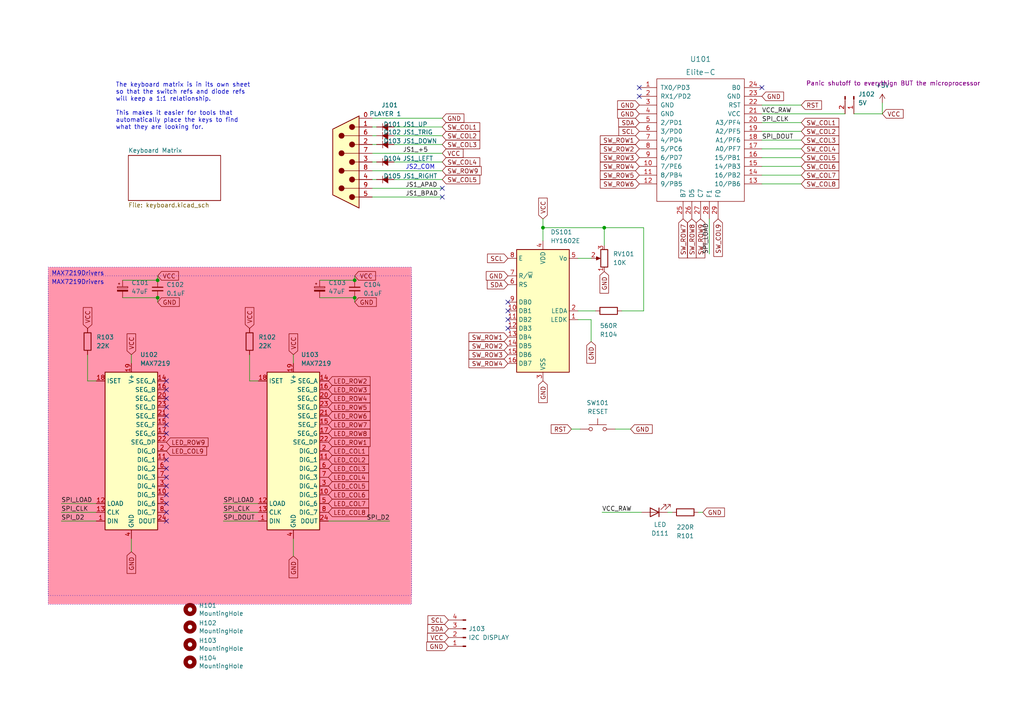
<source format=kicad_sch>
(kicad_sch (version 20230121) (generator eeschema)
  (paper "A4")
  (lib_symbols
    (symbol "Connector:Conn_01x02_Pin" (pin_names (offset 1.016) hide)
      (property "Reference" "J" (at 0 2.54 0))
      (property "Value" "Conn_01x02_Pin" (at 0 -5.08 0))
      (symbol "Conn_01x02_Pin_1_1"
        (polyline (pts (xy 1.27 -2.54) (xy 0.8636 -2.54)) (stroke (width 0.1524)))
        (polyline (pts (xy 1.27 0) (xy 0.8636 0)) (stroke (width 0.1524)))
        (rectangle (start 0.8636 -2.413) (end 0 -2.667) (stroke (width 0.1524)) (fill (type outline)))
        (rectangle (start 0.8636 0.127) (end 0 -0.127) (stroke (width 0.1524)) (fill (type outline)))
        (pin passive line (at 5.08 0 180) (length 3.81) (name "Pin_1") (number "1"))
        (pin passive line (at 5.08 -2.54 180) (length 3.81) (name "Pin_2") (number "2"))
      )
    )
    (symbol "Connector:Conn_01x04_Male" (pin_names (offset 1.016) hide)
      (property "Reference" "J" (at 0 5.08 0))
      (property "Value" "Conn_01x04_Male" (at 0 -7.62 0))
      (symbol "Conn_01x04_Male_1_1"
        (polyline (pts (xy 1.27 -5.08) (xy 0.8636 -5.08)) (stroke (width 0.1524)))
        (polyline (pts (xy 1.27 -2.54) (xy 0.8636 -2.54)) (stroke (width 0.1524)))
        (polyline (pts (xy 1.27 0) (xy 0.8636 0)) (stroke (width 0.1524)))
        (polyline (pts (xy 1.27 2.54) (xy 0.8636 2.54)) (stroke (width 0.1524)))
        (rectangle (start 0.8636 -4.953) (end 0 -5.207) (stroke (width 0.1524)) (fill (type outline)))
        (rectangle (start 0.8636 -2.413) (end 0 -2.667) (stroke (width 0.1524)) (fill (type outline)))
        (rectangle (start 0.8636 0.127) (end 0 -0.127) (stroke (width 0.1524)) (fill (type outline)))
        (rectangle (start 0.8636 2.667) (end 0 2.413) (stroke (width 0.1524)) (fill (type outline)))
        (pin passive line (at 5.08 2.54 180) (length 3.81) (name "Pin_1") (number "1"))
        (pin passive line (at 5.08 0 180) (length 3.81) (name "Pin_2") (number "2"))
        (pin passive line (at 5.08 -2.54 180) (length 3.81) (name "Pin_3") (number "3"))
        (pin passive line (at 5.08 -5.08 180) (length 3.81) (name "Pin_4") (number "4"))
      )
    )
    (symbol "Device:C_Polarized_Small" (pin_numbers hide) (pin_names (offset 0.254) hide)
      (property "Reference" "C" (at 0.254 1.778 0))
      (property "Value" "C_Polarized_Small" (at 0.254 -2.032 0))
      (symbol "C_Polarized_Small_0_1"
        (rectangle (start -1.524 -0.3048) (end 1.524 -0.6858) (fill (type outline)))
        (rectangle (start -1.524 0.6858) (end 1.524 0.3048))
        (polyline (pts (xy -1.27 1.524) (xy -0.762 1.524)))
        (polyline (pts (xy -1.016 1.27) (xy -1.016 1.778)))
      )
      (symbol "C_Polarized_Small_1_1"
        (pin passive line (at 0 2.54 270) (length 1.8542) (name "~") (number "1"))
        (pin passive line (at 0 -2.54 90) (length 1.8542) (name "~") (number "2"))
      )
    )
    (symbol "Device:C_Small" (pin_numbers hide) (pin_names (offset 0.254) hide)
      (property "Reference" "C" (at 0.254 1.778 0))
      (property "Value" "C_Small" (at 0.254 -2.032 0))
      (symbol "C_Small_0_1"
        (polyline (pts (xy -1.524 -0.508) (xy 1.524 -0.508)) (stroke (width 0.3302)))
        (polyline (pts (xy -1.524 0.508) (xy 1.524 0.508)) (stroke (width 0.3048)))
      )
      (symbol "C_Small_1_1"
        (pin passive line (at 0 2.54 270) (length 2.032) (name "~") (number "1"))
        (pin passive line (at 0 -2.54 90) (length 2.032) (name "~") (number "2"))
      )
    )
    (symbol "Device:LED" (pin_numbers hide) (pin_names (offset 1.016) hide)
      (property "Reference" "D" (at 0 2.54 0))
      (property "Value" "LED" (at 0 -2.54 0))
      (symbol "LED_0_1"
        (polyline (pts (xy -1.27 -1.27) (xy -1.27 1.27)) (stroke (width 0.254)))
        (polyline (pts (xy -1.27 0) (xy 1.27 0)))
        (polyline (pts (xy 1.27 -1.27) (xy 1.27 1.27) (xy -1.27 0) (xy 1.27 -1.27)) (stroke (width 0.254)))
        (polyline (pts (xy -3.048 -0.762) (xy -4.572 -2.286) (xy -3.81 -2.286) (xy -4.572 -2.286) (xy -4.572 -1.524)))
        (polyline (pts (xy -1.778 -0.762) (xy -3.302 -2.286) (xy -2.54 -2.286) (xy -3.302 -2.286) (xy -3.302 -1.524)))
      )
      (symbol "LED_1_1"
        (pin passive line (at -3.81 0 0) (length 2.54) (name "K") (number "1"))
        (pin passive line (at 3.81 0 180) (length 2.54) (name "A") (number "2"))
      )
    )
    (symbol "Device:R" (pin_numbers hide) (pin_names (offset 0))
      (property "Reference" "R" (at 2.032 0 90))
      (property "Value" "R" (at 0 0 90))
      (symbol "R_0_1"
        (rectangle (start -1.016 -2.54) (end 1.016 2.54) (stroke (width 0.254)))
      )
      (symbol "R_1_1"
        (pin passive line (at 0 3.81 270) (length 1.27) (name "~") (number "1"))
        (pin passive line (at 0 -3.81 90) (length 1.27) (name "~") (number "2"))
      )
    )
    (symbol "Device:R_Potentiometer" (pin_names (offset 1.016) hide)
      (property "Reference" "RV" (at -4.445 0 90))
      (property "Value" "R_Potentiometer" (at -2.54 0 90))
      (symbol "R_Potentiometer_0_1"
        (polyline (pts (xy 2.54 0) (xy 1.524 0)))
        (polyline (pts (xy 1.143 0) (xy 2.286 0.508) (xy 2.286 -0.508) (xy 1.143 0)) (fill (type outline)))
        (rectangle (start 1.016 2.54) (end -1.016 -2.54) (stroke (width 0.254)))
      )
      (symbol "R_Potentiometer_1_1"
        (pin passive line (at 0 3.81 270) (length 1.27) (name "1") (number "1"))
        (pin passive line (at 3.81 0 180) (length 1.27) (name "2") (number "2"))
        (pin passive line (at 0 -3.81 90) (length 1.27) (name "3") (number "3"))
      )
    )
    (symbol "Display_Character:HY1602E"
      (property "Reference" "DS" (at -6.096 19.05 0))
      (property "Value" "HY1602E" (at 5.08 19.05 0))
      (symbol "HY1602E_0_1"
        (rectangle (start -7.62 17.78) (end 7.62 -17.78) (stroke (width 0.254)) (fill (type background)))
      )
      (symbol "HY1602E_1_1"
        (pin passive line (at 10.16 -2.54 180) (length 2.54) (name "LEDK") (number "1"))
        (pin bidirectional line (at -10.16 0 0) (length 2.54) (name "DB1") (number "10"))
        (pin bidirectional line (at -10.16 -2.54 0) (length 2.54) (name "DB2") (number "11"))
        (pin bidirectional line (at -10.16 -5.08 0) (length 2.54) (name "DB3") (number "12"))
        (pin bidirectional line (at -10.16 -7.62 0) (length 2.54) (name "DB4") (number "13"))
        (pin bidirectional line (at -10.16 -10.16 0) (length 2.54) (name "DB5") (number "14"))
        (pin bidirectional line (at -10.16 -12.7 0) (length 2.54) (name "DB6") (number "15"))
        (pin bidirectional line (at -10.16 -15.24 0) (length 2.54) (name "DB7") (number "16"))
        (pin passive line (at 10.16 0 180) (length 2.54) (name "LEDA") (number "2"))
        (pin power_in line (at 0 -20.32 90) (length 2.54) (name "VSS") (number "3"))
        (pin power_in line (at 0 20.32 270) (length 2.54) (name "VDD") (number "4"))
        (pin input line (at 10.16 15.24 180) (length 2.54) (name "Vo") (number "5"))
        (pin input line (at -10.16 7.62 0) (length 2.54) (name "RS") (number "6"))
        (pin input line (at -10.16 10.16 0) (length 2.54) (name "R/~{W}") (number "7"))
        (pin input line (at -10.16 15.24 0) (length 2.54) (name "E") (number "8"))
        (pin bidirectional line (at -10.16 2.54 0) (length 2.54) (name "DB0") (number "9"))
      )
    )
    (symbol "Driver_LED:MAX7219"
      (property "Reference" "U" (at -6.35 24.13 0))
      (property "Value" "MAX7219" (at 1.27 25.4 0))
      (symbol "MAX7219_0_1"
        (rectangle (start -7.62 22.86) (end 7.62 -22.86) (stroke (width 0.254)) (fill (type background)))
      )
      (symbol "MAX7219_1_1"
        (pin input line (at -10.16 -20.32 0) (length 2.54) (name "DIN") (number "1"))
        (pin output line (at 10.16 -12.7 180) (length 2.54) (name "DIG_5") (number "10"))
        (pin output line (at 10.16 -2.54 180) (length 2.54) (name "DIG_1") (number "11"))
        (pin input line (at -10.16 -15.24 0) (length 2.54) (name "LOAD") (number "12"))
        (pin input line (at -10.16 -17.78 0) (length 2.54) (name "CLK") (number "13"))
        (pin output line (at 10.16 20.32 180) (length 2.54) (name "SEG_A") (number "14"))
        (pin output line (at 10.16 7.62 180) (length 2.54) (name "SEG_F") (number "15"))
        (pin output line (at 10.16 17.78 180) (length 2.54) (name "SEG_B") (number "16"))
        (pin output line (at 10.16 5.08 180) (length 2.54) (name "SEG_G") (number "17"))
        (pin input line (at -10.16 20.32 0) (length 2.54) (name "ISET") (number "18"))
        (pin power_in line (at 0 25.4 270) (length 2.54) (name "V+") (number "19"))
        (pin output line (at 10.16 0 180) (length 2.54) (name "DIG_0") (number "2"))
        (pin output line (at 10.16 15.24 180) (length 2.54) (name "SEG_C") (number "20"))
        (pin output line (at 10.16 10.16 180) (length 2.54) (name "SEG_E") (number "21"))
        (pin output line (at 10.16 2.54 180) (length 2.54) (name "SEG_DP") (number "22"))
        (pin output line (at 10.16 12.7 180) (length 2.54) (name "SEG_D") (number "23"))
        (pin output line (at 10.16 -20.32 180) (length 2.54) (name "DOUT") (number "24"))
        (pin output line (at 10.16 -10.16 180) (length 2.54) (name "DIG_4") (number "3"))
        (pin power_in line (at 0 -25.4 90) (length 2.54) (name "GND") (number "4"))
        (pin output line (at 10.16 -15.24 180) (length 2.54) (name "DIG_6") (number "5"))
        (pin output line (at 10.16 -5.08 180) (length 2.54) (name "DIG_2") (number "6"))
        (pin output line (at 10.16 -7.62 180) (length 2.54) (name "DIG_3") (number "7"))
        (pin output line (at 10.16 -17.78 180) (length 2.54) (name "DIG_7") (number "8"))
        (pin passive line (at 0 -25.4 90) (length 2.54) hide (name "GND") (number "9"))
      )
    )
    (symbol "Mechanical:MountingHole" (pin_names (offset 1.016))
      (property "Reference" "H" (at 0 5.08 0))
      (property "Value" "MountingHole" (at 0 3.175 0))
      (symbol "MountingHole_0_1"
        (circle (center 0 0) (radius 1.27) (stroke (width 1.27)))
      )
    )
    (symbol "Switch:SW_Push" (pin_numbers hide) (pin_names (offset 1.016) hide)
      (property "Reference" "SW" (at 1.27 2.54 0))
      (property "Value" "SW_Push" (at 0 -1.524 0))
      (symbol "SW_Push_0_1"
        (circle (center -2.032 0) (radius 0.508))
        (polyline (pts (xy 0 1.27) (xy 0 3.048)))
        (polyline (pts (xy 2.54 1.27) (xy -2.54 1.27)))
        (circle (center 2.032 0) (radius 0.508))
        (pin passive line (at -5.08 0 0) (length 2.54) (name "1") (number "1"))
        (pin passive line (at 5.08 0 180) (length 2.54) (name "2") (number "2"))
      )
    )
    (symbol "atari-keyboard-rescue:D_Small_ALT-Device" (pin_numbers hide) (pin_names (offset 0.254) hide)
      (property "Reference" "D" (at -1.27 2.032 0))
      (property "Value" "D_Small_ALT-Device" (at -3.81 -2.032 0))
      (symbol "D_Small_ALT-Device_0_1"
        (polyline (pts (xy -0.762 -1.016) (xy -0.762 1.016)))
        (polyline (pts (xy -0.762 0) (xy 0.762 0)))
        (polyline (pts (xy 0.762 -1.016) (xy -0.762 0) (xy 0.762 1.016) (xy 0.762 -1.016)) (fill (type outline)))
      )
      (symbol "D_Small_ALT-Device_1_1"
        (pin passive line (at -2.54 0 0) (length 1.778) (name "K") (number "1"))
        (pin passive line (at 2.54 0 180) (length 1.778) (name "A") (number "2"))
      )
    )
    (symbol "jsconnector:DB9_Male" (pin_names (offset 1.016) hide)
      (property "Reference" "J" (at 0 13.97 0))
      (property "Value" "DB9_Male" (at 0 -14.605 0))
      (symbol "DB9_Male_0_1"
        (circle (center -1.778 -10.16) (radius 0.762) (fill (type outline)))
        (circle (center -1.778 -5.08) (radius 0.762) (fill (type outline)))
        (circle (center -1.778 0) (radius 0.762) (fill (type outline)))
        (circle (center -1.778 5.08) (radius 0.762) (fill (type outline)))
        (circle (center -1.778 10.16) (radius 0.762) (fill (type outline)))
        (polyline (pts (xy -3.81 -10.16) (xy -2.54 -10.16)))
        (polyline (pts (xy -3.81 -7.62) (xy 0.508 -7.62)))
        (polyline (pts (xy -3.81 -5.08) (xy -2.54 -5.08)))
        (polyline (pts (xy -3.81 -2.54) (xy 0.508 -2.54)))
        (polyline (pts (xy -3.81 0) (xy -2.54 0)))
        (polyline (pts (xy -3.81 2.54) (xy 0.508 2.54)))
        (polyline (pts (xy -3.81 5.08) (xy -2.54 5.08)))
        (polyline (pts (xy -3.81 7.62) (xy 0.508 7.62)))
        (polyline (pts (xy -3.81 10.16) (xy -2.54 10.16)))
        (polyline (pts (xy -3.81 -13.335) (xy -3.81 13.335) (xy 3.81 9.525) (xy 3.81 -9.525) (xy -3.81 -13.335)) (stroke (width 0.254)) (fill (type background)))
        (circle (center 1.27 -7.62) (radius 0.762) (fill (type outline)))
        (circle (center 1.27 -2.54) (radius 0.762) (fill (type outline)))
        (circle (center 1.27 2.54) (radius 0.762) (fill (type outline)))
        (circle (center 1.27 7.62) (radius 0.762) (fill (type outline)))
      )
      (symbol "DB9_Male_1_1"
        (pin passive line (at -7.62 -12.7 0) (length 3.81) (name "GND") (number "0"))
        (pin passive line (at -7.62 -10.16 0) (length 3.81) (name "1") (number "1"))
        (pin passive line (at -7.62 -5.08 0) (length 3.81) (name "2") (number "2"))
        (pin passive line (at -7.62 0 0) (length 3.81) (name "3") (number "3"))
        (pin passive line (at -7.62 5.08 0) (length 3.81) (name "4") (number "4"))
        (pin passive line (at -7.62 10.16 0) (length 3.81) (name "5") (number "5"))
        (pin passive line (at -7.62 -7.62 0) (length 3.81) (name "6") (number "6"))
        (pin passive line (at -7.62 -2.54 0) (length 3.81) (name "7") (number "7"))
        (pin passive line (at -7.62 2.54 0) (length 3.81) (name "8") (number "8"))
        (pin passive line (at -7.62 7.62 0) (length 3.81) (name "9") (number "9"))
      )
    )
    (symbol "keebio:Elite-C" (pin_names (offset 1.016))
      (property "Reference" "U" (at 0 0 0))
      (property "Value" "Elite-C" (at 0 2.54 0))
      (symbol "Elite-C_0_1"
        (rectangle (start 12.7 -19.05) (end -12.7 16.51))
      )
      (symbol "Elite-C_1_1"
        (pin input line (at -17.78 13.97 0) (length 5.08) (name "TX0/PD3") (number "1"))
        (pin input line (at -17.78 -8.89 0) (length 5.08) (name "7/PE6") (number "10"))
        (pin input line (at -17.78 -11.43 0) (length 5.08) (name "8/PB4") (number "11"))
        (pin input line (at -17.78 -13.97 0) (length 5.08) (name "9/PB5") (number "12"))
        (pin input line (at 17.78 -13.97 180) (length 5.08) (name "10/PB6") (number "13"))
        (pin input line (at 17.78 -11.43 180) (length 5.08) (name "16/PB2") (number "14"))
        (pin input line (at 17.78 -8.89 180) (length 5.08) (name "14/PB3") (number "15"))
        (pin input line (at 17.78 -6.35 180) (length 5.08) (name "15/PB1") (number "16"))
        (pin input line (at 17.78 -3.81 180) (length 5.08) (name "A0/PF7") (number "17"))
        (pin input line (at 17.78 -1.27 180) (length 5.08) (name "A1/PF6") (number "18"))
        (pin input line (at 17.78 1.27 180) (length 5.08) (name "A2/PF5") (number "19"))
        (pin input line (at -17.78 11.43 0) (length 5.08) (name "RX1/PD2") (number "2"))
        (pin input line (at 17.78 3.81 180) (length 5.08) (name "A3/PF4") (number "20"))
        (pin input line (at 17.78 6.35 180) (length 5.08) (name "VCC") (number "21"))
        (pin input line (at 17.78 8.89 180) (length 5.08) (name "RST") (number "22"))
        (pin input line (at 17.78 11.43 180) (length 5.08) (name "GND") (number "23"))
        (pin input line (at 17.78 13.97 180) (length 5.08) (name "B0") (number "24"))
        (pin input line (at -5.08 -24.13 90) (length 5.08) (name "B7") (number "25"))
        (pin input line (at -2.54 -24.13 90) (length 5.08) (name "D5") (number "26"))
        (pin input line (at 0 -24.13 90) (length 5.08) (name "C7") (number "27"))
        (pin input line (at 2.54 -24.13 90) (length 5.08) (name "F1") (number "28"))
        (pin input line (at 5.08 -24.13 90) (length 5.08) (name "F0") (number "29"))
        (pin input line (at -17.78 8.89 0) (length 5.08) (name "GND") (number "3"))
        (pin input line (at -17.78 6.35 0) (length 5.08) (name "GND") (number "4"))
        (pin input line (at -17.78 3.81 0) (length 5.08) (name "2/PD1") (number "5"))
        (pin input line (at -17.78 1.27 0) (length 5.08) (name "3/PD0") (number "6"))
        (pin input line (at -17.78 -1.27 0) (length 5.08) (name "4/PD4") (number "7"))
        (pin input line (at -17.78 -3.81 0) (length 5.08) (name "5/PC6") (number "8"))
        (pin input line (at -17.78 -6.35 0) (length 5.08) (name "6/PD7") (number "9"))
      )
    )
    (symbol "power:+5V" (power) (pin_names (offset 0))
      (property "Value" "+5V" (at 0 3.556 0))
      (symbol "+5V_0_1"
        (polyline (pts (xy -0.762 1.27) (xy 0 2.54)))
        (polyline (pts (xy 0 0) (xy 0 2.54)))
        (polyline (pts (xy 0 2.54) (xy 0.762 1.27)))
      )
      (symbol "+5V_1_1"
        (pin power_in line (at 0 0 90) (length 0) hide (name "+5V") (number "1"))
      )
    )
  )
  (junction (at 102.87 86.36))
  (junction (at 175.26 66.04))
  (junction (at 45.72 86.36))
  (junction (at 157.48 66.04))
  (junction (at 45.72 81.28))
  (junction (at 102.87 81.28))
  (no_connect (at 48.26 138.43))
  (no_connect (at 48.26 151.13))
  (no_connect (at 128.27 57.15))
  (no_connect (at 128.27 54.61))
  (no_connect (at 220.98 25.4))
  (no_connect (at 185.42 25.4))
  (no_connect (at 185.42 27.94))
  (no_connect (at 48.26 133.35))
  (no_connect (at 48.26 118.11))
  (no_connect (at 48.26 143.51))
  (no_connect (at 48.26 120.65))
  (no_connect (at 147.32 87.63))
  (no_connect (at 48.26 146.05))
  (no_connect (at 48.26 110.49))
  (no_connect (at 48.26 115.57))
  (no_connect (at 48.26 113.03))
  (no_connect (at 48.26 125.73))
  (no_connect (at 147.32 95.25))
  (no_connect (at 48.26 123.19))
  (no_connect (at 147.32 90.17))
  (no_connect (at 147.32 92.71))
  (no_connect (at 48.26 135.89))
  (no_connect (at 48.26 148.59))
  (no_connect (at 48.26 140.97))
  (wire (pts (xy 107.95 39.37) (xy 109.22 39.37)))
  (wire (pts (xy 174.625 148.59) (xy 186.055 148.59)))
  (wire (pts (xy 255.905 29.845) (xy 255.905 33.02)))
  (wire (pts (xy 17.78 146.05) (xy 27.94 146.05)))
  (wire (pts (xy 220.98 43.18) (xy 232.41 43.18)))
  (wire (pts (xy 72.39 102.87) (xy 72.39 110.49)))
  (wire (pts (xy 85.09 156.21) (xy 85.09 161.29)))
  (wire (pts (xy 171.45 92.71) (xy 171.45 99.06)))
  (wire (pts (xy 220.98 30.48) (xy 232.41 30.48)))
  (wire (pts (xy 64.77 146.05) (xy 74.93 146.05)))
  (wire (pts (xy 175.26 66.04) (xy 186.69 66.04)))
  (wire (pts (xy 220.98 40.64) (xy 232.41 40.64)))
  (wire (pts (xy 45.72 86.36) (xy 45.72 87.63)))
  (wire (pts (xy 114.3 36.83) (xy 128.27 36.83)))
  (wire (pts (xy 74.93 110.49) (xy 72.39 110.49)))
  (wire (pts (xy 220.98 45.72) (xy 232.41 45.72)))
  (wire (pts (xy 114.3 39.37) (xy 128.27 39.37)))
  (wire (pts (xy 193.675 148.59) (xy 194.945 148.59)))
  (wire (pts (xy 38.1 156.21) (xy 38.1 160.02)))
  (wire (pts (xy 102.87 86.36) (xy 102.87 87.63)))
  (wire (pts (xy 107.95 57.15) (xy 128.27 57.15)))
  (wire (pts (xy 64.77 148.59) (xy 74.93 148.59)))
  (wire (pts (xy 17.78 148.59) (xy 27.94 148.59)))
  (wire (pts (xy 220.98 35.56) (xy 232.41 35.56)))
  (wire (pts (xy 180.34 90.17) (xy 186.69 90.17)))
  (wire (pts (xy 175.26 66.04) (xy 175.26 71.12)))
  (wire (pts (xy 157.48 66.04) (xy 157.48 69.85)))
  (wire (pts (xy 102.87 80.01) (xy 102.87 81.28)))
  (wire (pts (xy 92.71 81.28) (xy 102.87 81.28)))
  (wire (pts (xy 220.98 50.8) (xy 232.41 50.8)))
  (wire (pts (xy 220.98 38.1) (xy 232.41 38.1)))
  (wire (pts (xy 25.4 102.87) (xy 25.4 110.49)))
  (wire (pts (xy 107.95 49.53) (xy 128.27 49.53)))
  (wire (pts (xy 186.69 66.04) (xy 186.69 90.17)))
  (wire (pts (xy 114.3 46.99) (xy 128.27 46.99)))
  (wire (pts (xy 95.25 151.13) (xy 113.03 151.13)))
  (wire (pts (xy 165.735 124.46) (xy 168.275 124.46)))
  (wire (pts (xy 107.95 41.91) (xy 109.22 41.91)))
  (wire (pts (xy 205.74 63.5) (xy 205.74 73.66)))
  (wire (pts (xy 35.56 86.36) (xy 45.72 86.36)))
  (wire (pts (xy 114.3 41.91) (xy 128.27 41.91)))
  (wire (pts (xy 64.77 151.13) (xy 74.93 151.13)))
  (wire (pts (xy 178.435 124.46) (xy 182.88 124.46)))
  (wire (pts (xy 220.98 33.02) (xy 245.11 33.02)))
  (wire (pts (xy 107.95 36.83) (xy 109.22 36.83)))
  (wire (pts (xy 167.64 92.71) (xy 171.45 92.71)))
  (wire (pts (xy 157.48 63.5) (xy 157.48 66.04)))
  (wire (pts (xy 92.71 86.36) (xy 102.87 86.36)))
  (wire (pts (xy 107.95 54.61) (xy 128.27 54.61)))
  (wire (pts (xy 107.95 34.29) (xy 128.27 34.29)))
  (wire (pts (xy 35.56 81.28) (xy 45.72 81.28)))
  (wire (pts (xy 45.72 80.01) (xy 45.72 81.28)))
  (wire (pts (xy 167.64 90.17) (xy 172.72 90.17)))
  (wire (pts (xy 107.95 44.45) (xy 128.27 44.45)))
  (wire (pts (xy 85.09 102.87) (xy 85.09 105.41)))
  (wire (pts (xy 107.95 52.07) (xy 109.22 52.07)))
  (wire (pts (xy 114.3 52.07) (xy 128.27 52.07)))
  (wire (pts (xy 107.95 46.99) (xy 109.22 46.99)))
  (wire (pts (xy 38.1 102.87) (xy 38.1 105.41)))
  (wire (pts (xy 167.64 74.93) (xy 171.45 74.93)))
  (wire (pts (xy 220.98 53.34) (xy 232.41 53.34)))
  (wire (pts (xy 17.78 151.13) (xy 27.94 151.13)))
  (wire (pts (xy 27.94 110.49) (xy 25.4 110.49)))
  (wire (pts (xy 247.65 33.02) (xy 255.905 33.02)))
  (wire (pts (xy 157.48 66.04) (xy 175.26 66.04)))
  (wire (pts (xy 202.565 148.59) (xy 203.835 148.59)))
  (wire (pts (xy 220.98 48.26) (xy 232.41 48.26)))
  (text_box "MAX7219Drivers" (at 13.97 77.47 0) (size 105.41 95.25) (stroke (width 0) (type dot)) (fill (type color) (color 255 149 172 1)) (effects (font (size 1.27 1.27)) (justify left top)))
  (text_box "MAX7219Drivers" (at 13.97 80.01 0) (size 105.41 95.25) (stroke (width 0) (type dot)) (fill (type color) (color 255 149 172 1)) (effects (font (size 1.27 1.27)) (justify left top)))
  (text "JS2_COM" (at 117.602 49.276 0) (effects (font (size 1.27 1.27)) (justify left bottom)))
  (text "The keyboard matrix is in its own sheet\nso that the switch refs and diode refs\nwill keep a 1:1 relationship.\n\nThis makes it easier for tools that\nautomatically place the keys to find \nwhat they are looking for." (at 33.528 37.719 0) (effects (font (size 1.27 1.27)) (justify left bottom)))
  (label "SPI_CLK" (at 64.77 148.59 0))
  (label "JS1_APAD" (at 117.602 54.61 0))
  (label "SPI_LOAD" (at 64.77 146.05 0))
  (label "SPI_CLK" (at 17.78 148.59 0))
  (label "VCC_RAW" (at 220.98 33.02 0))
  (label "SPI_DOUT" (at 64.77 151.13 0))
  (label "VCC_RAW" (at 174.625 148.59 0))
  (label "SPI_CLK" (at 220.98 35.56 0))
  (label "SPI_D2" (at 17.78 151.13 0))
  (label "SPI_LOAD" (at 17.78 146.05 0))
  (label "SPI_DOUT" (at 220.98 40.64 0))
  (label "SPI_D2" (at 113.03 151.13 180))
  (label "JS1_+5" (at 116.84 44.45 0))
  (label "JS1_BPAD" (at 117.602 57.15 0))
  (label "SPI_LOAD" (at 205.74 73.66 90))
  (global_label "SW_ROW5" (shape input) (at 185.42 50.8 180) (property "Intersheetrefs" "${INTERSHEET_REFS}" (effects hide)))
  (global_label "LED_COL4" (shape input) (at 95.25 138.43 0) (property "Intersheetrefs" "${INTERSHEET_REFS}" (effects hide)))
  (global_label "SW_ROW8" (shape input) (at 200.66 63.5 270) (property "Intersheetrefs" "${INTERSHEET_REFS}" (effects hide)))
  (global_label "LED_ROW3" (shape input) (at 95.25 113.03 0) (property "Intersheetrefs" "${INTERSHEET_REFS}" (effects hide)))
  (global_label "LED_ROW6" (shape input) (at 95.25 120.65 0) (property "Intersheetrefs" "${INTERSHEET_REFS}" (effects hide)))
  (global_label "SCL" (shape input) (at 147.32 74.93 180) (property "Intersheetrefs" "${INTERSHEET_REFS}" (effects hide)))
  (global_label "GND" (shape input) (at 102.87 87.63 0) (property "Intersheetrefs" "${INTERSHEET_REFS}" (effects hide)))
  (global_label "VCC" (shape input) (at 128.27 44.45 0) (property "Intersheetrefs" "${INTERSHEET_REFS}" (effects hide)))
  (global_label "GND" (shape input) (at 185.42 30.48 180) (property "Intersheetrefs" "${INTERSHEET_REFS}" (effects hide)))
  (global_label "SW_ROW7" (shape input) (at 198.12 63.5 270) (property "Intersheetrefs" "${INTERSHEET_REFS}" (effects hide)))
  (global_label "GND" (shape input) (at 130.048 187.452 180) (property "Intersheetrefs" "${INTERSHEET_REFS}" (effects hide)))
  (global_label "SW_ROW2" (shape input) (at 147.32 100.33 180) (property "Intersheetrefs" "${INTERSHEET_REFS}" (effects hide)))
  (global_label "LED_ROW9" (shape input) (at 48.26 128.27 0) (property "Intersheetrefs" "${INTERSHEET_REFS}" (effects hide)))
  (global_label "VCC" (shape input) (at 102.87 80.01 0) (property "Intersheetrefs" "${INTERSHEET_REFS}" (effects hide)))
  (global_label "VCC" (shape input) (at 45.72 80.01 0) (property "Intersheetrefs" "${INTERSHEET_REFS}" (effects hide)))
  (global_label "SW_COL1" (shape input) (at 128.27 36.83 0) (property "Intersheetrefs" "${INTERSHEET_REFS}" (effects hide)))
  (global_label "GND" (shape input) (at 157.48 110.49 270) (property "Intersheetrefs" "${INTERSHEET_REFS}" (effects hide)))
  (global_label "SCL" (shape input) (at 130.048 179.832 180) (property "Intersheetrefs" "${INTERSHEET_REFS}" (effects hide)))
  (global_label "SW_COL9" (shape input) (at 208.28 63.5 270) (property "Intersheetrefs" "${INTERSHEET_REFS}" (effects hide)))
  (global_label "VCC" (shape input) (at 255.905 33.02 0) (property "Intersheetrefs" "${INTERSHEET_REFS}" (effects hide)))
  (global_label "SW_ROW1" (shape input) (at 185.42 40.64 180) (property "Intersheetrefs" "${INTERSHEET_REFS}" (effects hide)))
  (global_label "LED_COL1" (shape input) (at 95.25 130.81 0) (property "Intersheetrefs" "${INTERSHEET_REFS}" (effects hide)))
  (global_label "SW_ROW6" (shape input) (at 185.42 53.34 180) (property "Intersheetrefs" "${INTERSHEET_REFS}" (effects hide)))
  (global_label "SW_COL4" (shape input) (at 232.41 43.18 0) (property "Intersheetrefs" "${INTERSHEET_REFS}" (effects hide)))
  (global_label "SW_ROW4" (shape input) (at 185.42 48.26 180) (property "Intersheetrefs" "${INTERSHEET_REFS}" (effects hide)))
  (global_label "SW_ROW9" (shape input) (at 203.2 63.5 270) (property "Intersheetrefs" "${INTERSHEET_REFS}" (effects hide)))
  (global_label "LED_ROW1" (shape input) (at 95.25 128.27 0) (property "Intersheetrefs" "${INTERSHEET_REFS}" (effects hide)))
  (global_label "LED_COL6" (shape input) (at 95.25 143.51 0) (property "Intersheetrefs" "${INTERSHEET_REFS}" (effects hide)))
  (global_label "SDA" (shape input) (at 185.42 35.56 180) (property "Intersheetrefs" "${INTERSHEET_REFS}" (effects hide)))
  (global_label "LED_COL8" (shape input) (at 95.25 148.59 0) (property "Intersheetrefs" "${INTERSHEET_REFS}" (effects hide)))
  (global_label "SW_COL6" (shape input) (at 232.41 48.26 0) (property "Intersheetrefs" "${INTERSHEET_REFS}" (effects hide)))
  (global_label "LED_COL7" (shape input) (at 95.25 146.05 0) (property "Intersheetrefs" "${INTERSHEET_REFS}" (effects hide)))
  (global_label "GND" (shape input) (at 128.27 34.29 0) (property "Intersheetrefs" "${INTERSHEET_REFS}" (effects hide)))
  (global_label "LED_COL2" (shape input) (at 95.25 133.35 0) (property "Intersheetrefs" "${INTERSHEET_REFS}" (effects hide)))
  (global_label "LED_COL9" (shape input) (at 48.26 130.81 0) (property "Intersheetrefs" "${INTERSHEET_REFS}" (effects hide)))
  (global_label "VCC" (shape input) (at 72.39 95.25 90) (property "Intersheetrefs" "${INTERSHEET_REFS}" (effects hide)))
  (global_label "SCL" (shape input) (at 185.42 38.1 180) (property "Intersheetrefs" "${INTERSHEET_REFS}" (effects hide)))
  (global_label "SW_COL2" (shape input) (at 128.27 39.37 0) (property "Intersheetrefs" "${INTERSHEET_REFS}" (effects hide)))
  (global_label "SW_ROW9" (shape input) (at 128.27 49.53 0) (property "Intersheetrefs" "${INTERSHEET_REFS}" (effects hide)))
  (global_label "SW_COL7" (shape input) (at 232.41 50.8 0) (property "Intersheetrefs" "${INTERSHEET_REFS}" (effects hide)))
  (global_label "VCC" (shape input) (at 38.1 102.87 90) (property "Intersheetrefs" "${INTERSHEET_REFS}" (effects hide)))
  (global_label "SW_COL3" (shape input) (at 128.27 41.91 0) (property "Intersheetrefs" "${INTERSHEET_REFS}" (effects hide)))
  (global_label "LED_COL5" (shape input) (at 95.25 140.97 0) (property "Intersheetrefs" "${INTERSHEET_REFS}" (effects hide)))
  (global_label "SW_COL2" (shape input) (at 232.41 38.1 0) (property "Intersheetrefs" "${INTERSHEET_REFS}" (effects hide)))
  (global_label "SW_ROW3" (shape input) (at 185.42 45.72 180) (property "Intersheetrefs" "${INTERSHEET_REFS}" (effects hide)))
  (global_label "VCC" (shape input) (at 130.048 184.912 180) (property "Intersheetrefs" "${INTERSHEET_REFS}" (effects hide)))
  (global_label "LED_ROW8" (shape input) (at 95.25 125.73 0) (property "Intersheetrefs" "${INTERSHEET_REFS}" (effects hide)))
  (global_label "LED_ROW5" (shape input) (at 95.25 118.11 0) (property "Intersheetrefs" "${INTERSHEET_REFS}" (effects hide)))
  (global_label "SW_ROW3" (shape input) (at 147.32 102.87 180) (property "Intersheetrefs" "${INTERSHEET_REFS}" (effects hide)))
  (global_label "VCC" (shape input) (at 85.09 102.87 90) (property "Intersheetrefs" "${INTERSHEET_REFS}" (effects hide)))
  (global_label "RST" (shape input) (at 165.735 124.46 180) (property "Intersheetrefs" "${INTERSHEET_REFS}" (effects hide)))
  (global_label "SW_ROW2" (shape input) (at 185.42 43.18 180) (property "Intersheetrefs" "${INTERSHEET_REFS}" (effects hide)))
  (global_label "SDA" (shape input) (at 147.32 82.55 180) (property "Intersheetrefs" "${INTERSHEET_REFS}" (effects hide)))
  (global_label "SW_ROW1" (shape input) (at 147.32 97.79 180) (property "Intersheetrefs" "${INTERSHEET_REFS}" (effects hide)))
  (global_label "SW_COL3" (shape input) (at 232.41 40.64 0) (property "Intersheetrefs" "${INTERSHEET_REFS}" (effects hide)))
  (global_label "SW_COL1" (shape input) (at 232.41 35.56 0) (property "Intersheetrefs" "${INTERSHEET_REFS}" (effects hide)))
  (global_label "VCC" (shape input) (at 25.4 95.25 90) (property "Intersheetrefs" "${INTERSHEET_REFS}" (effects hide)))
  (global_label "GND" (shape input) (at 185.42 33.02 180) (property "Intersheetrefs" "${INTERSHEET_REFS}" (effects hide)))
  (global_label "SDA" (shape input) (at 130.048 182.372 180) (property "Intersheetrefs" "${INTERSHEET_REFS}" (effects hide)))
  (global_label "SW_COL5" (shape input) (at 128.27 52.07 0) (property "Intersheetrefs" "${INTERSHEET_REFS}" (effects hide)))
  (global_label "LED_ROW7" (shape input) (at 95.25 123.19 0) (property "Intersheetrefs" "${INTERSHEET_REFS}" (effects hide)))
  (global_label "LED_ROW2" (shape input) (at 95.25 110.49 0) (property "Intersheetrefs" "${INTERSHEET_REFS}" (effects hide)))
  (global_label "SW_COL4" (shape input) (at 128.27 46.99 0) (property "Intersheetrefs" "${INTERSHEET_REFS}" (effects hide)))
  (global_label "GND" (shape input) (at 220.98 27.94 0) (property "Intersheetrefs" "${INTERSHEET_REFS}" (effects hide)))
  (global_label "LED_COL3" (shape input) (at 95.25 135.89 0) (property "Intersheetrefs" "${INTERSHEET_REFS}" (effects hide)))
  (global_label "GND" (shape input) (at 38.1 160.02 270) (property "Intersheetrefs" "${INTERSHEET_REFS}" (effects hide)))
  (global_label "GND" (shape input) (at 171.45 99.06 270) (property "Intersheetrefs" "${INTERSHEET_REFS}" (effects hide)))
  (global_label "LED_ROW4" (shape input) (at 95.25 115.57 0) (property "Intersheetrefs" "${INTERSHEET_REFS}" (effects hide)))
  (global_label "GND" (shape input) (at 45.72 87.63 0) (property "Intersheetrefs" "${INTERSHEET_REFS}" (effects hide)))
  (global_label "GND" (shape input) (at 182.88 124.46 0) (property "Intersheetrefs" "${INTERSHEET_REFS}" (effects hide)))
  (global_label "SW_ROW4" (shape input) (at 147.32 105.41 180) (property "Intersheetrefs" "${INTERSHEET_REFS}" (effects hide)))
  (global_label "GND" (shape input) (at 85.09 161.29 270) (property "Intersheetrefs" "${INTERSHEET_REFS}" (effects hide)))
  (global_label "SW_COL5" (shape input) (at 232.41 45.72 0) (property "Intersheetrefs" "${INTERSHEET_REFS}" (effects hide)))
  (global_label "GND" (shape input) (at 203.835 148.59 0) (property "Intersheetrefs" "${INTERSHEET_REFS}" (effects hide)))
  (global_label "VCC" (shape input) (at 157.48 63.5 90) (property "Intersheetrefs" "${INTERSHEET_REFS}" (effects hide)))
  (global_label "GND" (shape input) (at 175.26 78.74 270) (property "Intersheetrefs" "${INTERSHEET_REFS}" (effects hide)))
  (global_label "RST" (shape input) (at 232.41 30.48 0) (property "Intersheetrefs" "${INTERSHEET_REFS}" (effects hide)))
  (global_label "GND" (shape input) (at 147.32 80.01 180) (property "Intersheetrefs" "${INTERSHEET_REFS}" (effects hide)))
  (global_label "SW_COL8" (shape input) (at 232.41 53.34 0) (property "Intersheetrefs" "${INTERSHEET_REFS}" (effects hide)))
  (symbol (lib_id "Mechanical:MountingHole") (at 55.118 176.784 0) (unit 1)
    (property "Reference" "H101" (at 57.658 175.6156 0) (effects (justify left)))
    (property "Value" "MountingHole" (at 57.658 177.927 0) (effects (justify left)))
    (property "Footprint" "MountingHole:MountingHole_3.2mm_M3" (effects hide))
  )
  (symbol (lib_id "Mechanical:MountingHole") (at 55.118 181.864 0) (unit 1)
    (property "Reference" "H102" (at 57.658 180.6956 0) (effects (justify left)))
    (property "Value" "MountingHole" (at 57.658 183.007 0) (effects (justify left)))
    (property "Footprint" "MountingHole:MountingHole_3.2mm_M3" (effects hide))
  )
  (symbol (lib_id "Mechanical:MountingHole") (at 55.118 186.944 0) (unit 1)
    (property "Reference" "H103" (at 57.658 185.7756 0) (effects (justify left)))
    (property "Value" "MountingHole" (at 57.658 188.087 0) (effects (justify left)))
    (property "Footprint" "MountingHole:MountingHole_3.2mm_M3" (effects hide))
  )
  (symbol (lib_id "Mechanical:MountingHole") (at 55.118 192.024 0) (unit 1)
    (property "Reference" "H104" (at 57.658 190.8556 0) (effects (justify left)))
    (property "Value" "MountingHole" (at 57.658 193.167 0) (effects (justify left)))
    (property "Footprint" "MountingHole:MountingHole_3.2mm_M3" (effects hide))
  )
  (symbol (lib_id "jsconnector:DB9_Male") (at 100.33 46.99 180) (unit 1)
    (property "Reference" "J101" (at 113.03 30.48 0))
    (property "Value" "PLAYER 1" (at 111.76 33.02 0))
    (property "Footprint" "Connector_Dsub:DSUB-9_Male_Horizontal_P2.77x2.84mm_EdgePinOffset9.90mm_Housed_MountingHolesOffset11.32mm" (effects hide))
    (property "Datasheet" " ~" (effects hide))
  )
  (symbol (lib_id "atari-keyboard-rescue:D_Small_ALT-Device") (at 111.76 39.37 0) (unit 1)
    (property "Reference" "D102" (at 116.332 38.354 0) (effects (justify right)))
    (property "Value" "JS1_TRIG" (at 116.84 38.354 0) (effects (justify left)))
    (property "Footprint" "retro-kbd:Diode-dual" (effects hide))
  )
  (symbol (lib_id "atari-keyboard-rescue:D_Small_ALT-Device") (at 111.76 41.91 0) (unit 1)
    (property "Reference" "D103" (at 116.332 40.894 0) (effects (justify right)))
    (property "Value" "JS1_DOWN" (at 116.84 40.894 0) (effects (justify left)))
    (property "Footprint" "retro-kbd:Diode-dual" (effects hide))
  )
  (symbol (lib_id "atari-keyboard-rescue:D_Small_ALT-Device") (at 111.76 46.99 0) (unit 1)
    (property "Reference" "D104" (at 116.332 45.974 0) (effects (justify right)))
    (property "Value" "JS1_LEFT" (at 116.84 45.974 0) (effects (justify left)))
    (property "Footprint" "retro-kbd:Diode-dual" (effects hide))
  )
  (symbol (lib_id "atari-keyboard-rescue:D_Small_ALT-Device") (at 111.76 52.07 0) (unit 1)
    (property "Reference" "D105" (at 116.332 51.054 0) (effects (justify right)))
    (property "Value" "JS1_RIGHT" (at 116.84 51.054 0) (effects (justify left)))
    (property "Footprint" "retro-kbd:Diode-dual" (effects hide))
  )
  (symbol (lib_id "atari-keyboard-rescue:D_Small_ALT-Device") (at 111.76 36.83 0) (unit 1)
    (property "Reference" "D101" (at 116.332 36.068 0) (effects (justify right)))
    (property "Value" "JS1_UP" (at 116.84 36.068 0) (effects (justify left)))
    (property "Footprint" "retro-kbd:Diode-dual" (effects hide))
  )
  (symbol (lib_id "Device:C_Small") (at 45.72 83.82 0) (unit 1)
    (property "Reference" "C102" (at 48.26 82.5563 0) (effects (justify left)))
    (property "Value" "0.1uF" (at 48.26 85.0963 0) (effects (justify left)))
    (property "Footprint" "Capacitor_THT:C_Axial_L3.8mm_D2.6mm_P10.00mm_Horizontal" (effects hide))
  )
  (symbol (lib_id "Driver_LED:MAX7219") (at 85.09 130.81 0) (unit 1)
    (property "Reference" "U103" (at 87.2841 102.87 0) (effects (justify left)))
    (property "Value" "MAX7219" (at 87.2841 105.41 0) (effects (justify left)))
    (property "Footprint" "Package_DIP:DIP-24_W7.62mm_Socket_LongPads" (effects hide))
    (property "Datasheet" "https://datasheets.maximintegrated.com/en/ds/MAX7219-MAX7221.pdf" (effects hide))
  )
  (symbol (lib_id "Device:LED") (at 189.865 148.59 180) (unit 1)
    (property "Reference" "D111" (at 191.4525 154.686 0))
    (property "Value" "LED" (at 191.4525 152.146 0))
    (property "Footprint" "LED_THT:LED_D3.0mm" (effects hide))
  )
  (symbol (lib_id "Display_Character:HY1602E") (at 157.48 90.17 0) (unit 1)
    (property "Reference" "DS101" (at 159.6741 67.31 0) (effects (justify left)))
    (property "Value" "HY1602E" (at 159.6741 69.85 0) (effects (justify left)))
    (property "Footprint" "Display:HY1602E" (effects hide))
    (property "Datasheet" "http://www.icbank.com/data/ICBShop/board/HY1602E.pdf" (effects hide))
  )
  (symbol (lib_id "Device:R") (at 72.39 99.06 0) (unit 1)
    (property "Reference" "R102" (at 74.93 97.79 0) (effects (justify left)))
    (property "Value" "22K" (at 74.93 100.33 0) (effects (justify left)))
    (property "Footprint" "keebio:Resistor-Hybrid" (effects hide))
  )
  (symbol (lib_id "Device:R") (at 198.755 148.59 270) (unit 1)
    (property "Reference" "R101" (at 198.755 155.448 90))
    (property "Value" "220R" (at 198.755 152.908 90))
    (property "Footprint" "keebio:Resistor-Hybrid" (effects hide))
  )
  (symbol (lib_id "Device:R") (at 25.4 99.06 0) (unit 1)
    (property "Reference" "R103" (at 27.94 97.79 0) (effects (justify left)))
    (property "Value" "22K" (at 27.94 100.33 0) (effects (justify left)))
    (property "Footprint" "keebio:Resistor-Hybrid" (effects hide))
  )
  (symbol (lib_id "keebio:Elite-C") (at 203.2 39.37 0) (unit 1)
    (property "Reference" "U101" (at 203.2 17.145 0) (effects (font (size 1.524 1.524))))
    (property "Value" "Elite-C" (at 203.2 20.955 0) (effects (font (size 1.524 1.524))))
    (property "Footprint" "keebio:Elite-C-castellated-29pin-holes" (effects hide))
  )
  (symbol (lib_id "Driver_LED:MAX7219") (at 38.1 130.81 0) (unit 1)
    (property "Reference" "U102" (at 40.64 102.87 0) (effects (justify left)))
    (property "Value" "MAX7219" (at 40.64 105.41 0) (effects (justify left)))
    (property "Footprint" "Package_DIP:DIP-24_W7.62mm_Socket_LongPads" (effects hide))
    (property "Datasheet" "https://datasheets.maximintegrated.com/en/ds/MAX7219-MAX7221.pdf" (effects hide))
  )
  (symbol (lib_id "Connector:Conn_01x04_Male") (at 135.128 184.912 180) (unit 1)
    (property "Reference" "J103" (at 135.89 182.3719 0) (effects (justify right)))
    (property "Value" "I2C DISPLAY" (at 135.89 184.9119 0) (effects (justify right)))
    (property "Footprint" "Connector_PinHeader_2.54mm:PinHeader_1x04_P2.54mm_Horizontal" (effects hide))
  )
  (symbol (lib_id "power:+5V") (at 255.905 29.845 0) (unit 1)
    (property "Reference" "#PWR0101" (effects hide))
    (property "Value" "+5V" (at 255.905 24.765 0))
  )
  (symbol (lib_id "Device:R_Potentiometer") (at 175.26 74.93 180) (unit 1)
    (property "Reference" "RV101" (at 177.8 73.66 0) (effects (justify right)))
    (property "Value" "10K" (at 177.8 76.2 0) (effects (justify right)))
    (property "Footprint" "Potentiometer_THT:Potentiometer_ACP_CA9-V10_Vertical" (effects hide))
  )
  (symbol (lib_id "Switch:SW_Push") (at 173.355 124.46 0) (unit 1)
    (property "Reference" "SW101" (at 173.355 116.84 0))
    (property "Value" "RESET" (at 173.355 119.38 0))
    (property "Footprint" "Button_Switch_THT:SW_PUSH_6mm" (effects hide))
  )
  (symbol (lib_id "Device:C_Polarized_Small") (at 35.56 83.82 0) (unit 1)
    (property "Reference" "C101" (at 38.1 82.0039 0) (effects (justify left)))
    (property "Value" "47uF" (at 38.1 84.5439 0) (effects (justify left)))
    (property "Footprint" "Capacitor_THT:CP_Radial_D5.0mm_P2.50mm" (effects hide))
  )
  (symbol (lib_id "Device:C_Polarized_Small") (at 92.71 83.82 0) (unit 1)
    (property "Reference" "C103" (at 95.25 82.0039 0) (effects (justify left)))
    (property "Value" "47uF" (at 95.25 84.5439 0) (effects (justify left)))
    (property "Footprint" "Capacitor_THT:CP_Radial_D5.0mm_P2.50mm" (effects hide))
  )
  (symbol (lib_id "Connector:Conn_01x02_Pin") (at 247.65 27.94 270) (unit 1)
    (property "Reference" "J102" (at 248.92 27.305 90) (effects (justify left)))
    (property "Value" "5V" (at 248.92 29.845 90) (effects (justify left)))
    (property "Footprint" "Connector_PinHeader_2.54mm:PinHeader_1x02_P2.54mm_Vertical" (effects hide))
    (property "Field4" "Panic shutoff to everythign BUT the microprocessor" (at 259.08 24.13 90))
  )
  (symbol (lib_id "Device:R") (at 176.53 90.17 270) (unit 1)
    (property "Reference" "R104" (at 176.53 97.028 90))
    (property "Value" "560R" (at 176.53 94.488 90))
    (property "Footprint" "keebio:Resistor-Hybrid" (effects hide))
  )
  (symbol (lib_id "Device:C_Small") (at 102.87 83.82 0) (unit 1)
    (property "Reference" "C104" (at 105.41 82.5563 0) (effects (justify left)))
    (property "Value" "0.1uF" (at 105.41 85.0963 0) (effects (justify left)))
    (property "Footprint" "Capacitor_THT:C_Axial_L3.8mm_D2.6mm_P10.00mm_Horizontal" (effects hide))
  )
  (sheet (at 37.211 45.085) (size 26.797 13.081) (stroke (width 0.1524))
    (property "Sheetname" "Keyboard Matrix" (at 37.211 44.3734 0) (effects (justify left bottom)))
    (property "Sheetfile" "keyboard.kicad_sch" (at 37.211 58.7506 0) (effects (justify left top)))
  )
)
</source>
